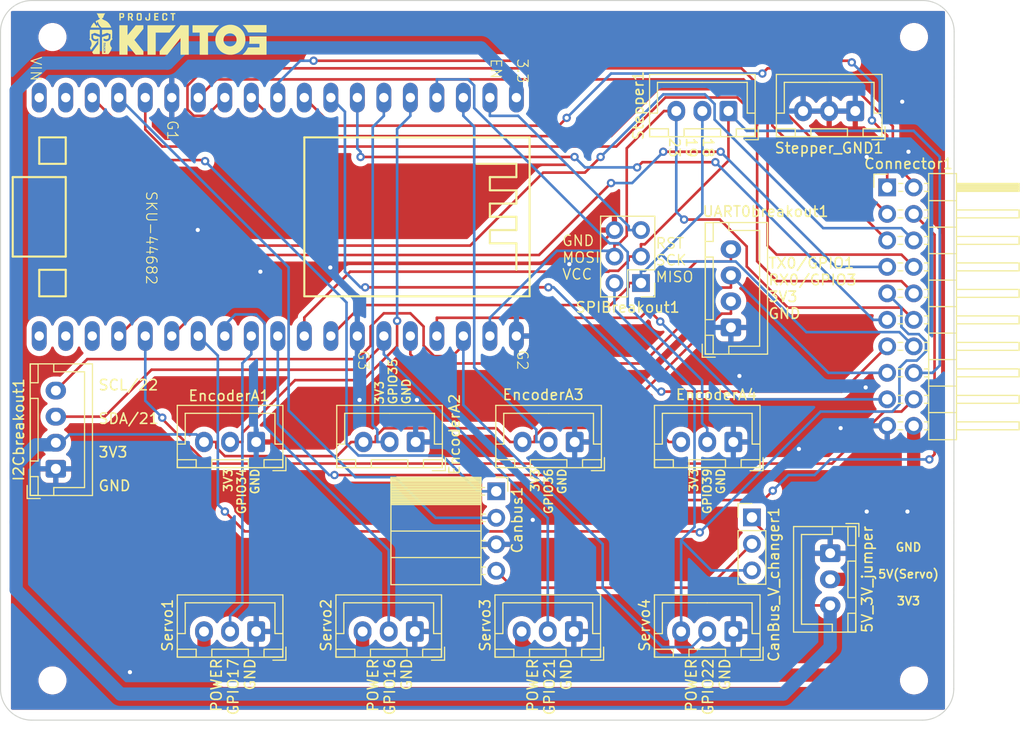
<source format=kicad_pcb>
(kicad_pcb (version 20240108) (generator "pcbnew") (generator_version "8.0")
  (layers (0 "F.Cu" mixed) (31 "B.Cu" mixed) (34 "B.Paste" user) (35 "F.Paste" user) (36 "B.SilkS" user "B.Silkscreen") (37 "F.SilkS" user "F.Silkscreen") (38 "B.Mask" user) (39 "F.Mask" user) (44 "Edge.Cuts" user))
  (net 0 "")
  (net 1 "VCCQ")
  (net 2 "servo3")
  (net 3 "servo4")
  (net 4 "m4_4")
  (net 8 "Net-(Servo1-Pin_2)")
  (net 9 "VCC")
  (net 10 "Net-(Servo2-Pin_2)")
  (net 11 "Net-(Canbus1-Pin_1)")
  (net 12 "Net-(Canbus1-Pin_2)")
  (net 14 "GPIO32")
  (net 15 "GPIO27")
  (net 17 "GND")
  (net 18 "SPI_SCK")
  (net 19 "SPI_MISO")
  (net 20 "SPI_MOSI")
  (net 21 "SPI_RST")
  (net 22 "a_in_1")
  (net 23 "a_in_2")
  (net 24 "a_in_3")
  (net 25 "a_in_4")
  (net 26 "m1_1")
  (net 27 "m1_2")
  (net 28 "GPIO13")
  (net 29 "GPIO15")
  (net 30 "GPIO14")
  (net 31 "GPIO12")
  (net 32 "tx")
  (net 33 "GPIO25")
  (net 34 "rx")
  (net 35 "GPIO5")
  (net 36 "GPIO33")
  (net 37 "GPIO26")
  (net 38 "Net-(CanBus_V_changer1-Pin_2)")
  (footprint "Connector_JST:JST_XH_B3B-XH-A_1x03_P2.50mm_Vertical" (layer "F.Cu") (at 176.998 118.5 180)
    (property "Reference" "Servo1")
    (property "Value" "Servo1")
  )
  (footprint "Connector_JST:JST_XH_B3B-XH-A_1x03_P2.50mm_Vertical" (layer "F.Cu") (at 176.998 100.33 180)
    (property "Reference" "EncoderA1")
    (property "Value" "Encoder Input 1")
  )
  (footprint "Connector_JST:JST_XH_B3B-XH-A_1x03_P2.50mm_Vertical" (layer "F.Cu") (at 192.278 100.33 180)
    (property "Reference" "EncoderA2")
    (property "Value" "Encoder Input 2")
  )
  (footprint "Connector_PinSocket_2.54mm:PinSocket_1x04_P2.54mm_Horizontal" (layer "F.Cu") (at 200 105.06)
    (property "Reference" "Canbus1")
    (property "Value" "CanBUS")
  )
  (footprint "Connector_JST:JST_XH_B3B-XH-A_1x03_P2.50mm_Vertical" (layer "F.Cu") (at 222.25 68.597 180)
    (property "Reference" "Stepper1")
    (property "Value" "Stepper Connection")
  )
  (footprint "Connector_JST:JST_XH_B3B-XH-A_1x03_P2.50mm_Vertical" (layer "F.Cu") (at 222.718 100.33 180)
    (property "Reference" "EncoderA4")
    (property "Value" "Encoder Input 4")
  )
  (footprint "Connector_JST:JST_XH_B3B-XH-A_1x03_P2.50mm_Vertical" (layer "F.Cu") (at 234.402 68.597 180)
    (property "Reference" "Stepper_GND1")
    (property "Value" "Stepper Ground Pins")
  )
  (footprint "Connector_PinHeader_2.54mm:PinHeader_2x03_P2.54mm_Vertical" (layer "F.Cu") (at 213.868 85.09 180)
    (property "Reference" "SPIBreakout1")
    (property "Value" "SPI pins breakout")
  )
  (footprint "Connector_JST:JST_XH_B3B-XH-A_1x03_P2.50mm_Vertical" (layer "F.Cu") (at 232 111 -90)
    (property "Reference" "5V_3V_jumper")
    (property "Value" "JST_XH_B3B-XH-A_1x03_P2.50mm_Vertical")
  )
  (footprint "NODEMCU32S:NODEMCU32S" (layer "F.Cu") (at 180.34 78.74 -90)
    (property "Reference" "U1" (hide yes))
    (property "Value" "NODEMCU32S")
  )
  (footprint "Connector_JST:JST_XH_B3B-XH-A_1x03_P2.50mm_Vertical" (layer "F.Cu") (at 192.198 118.5 180)
    (property "Reference" "Servo2")
    (property "Value" "Servo2")
  )
  (footprint "Connector_JST:JST_XH_B4B-XH-A_1x04_P2.50mm_Vertical" (layer "F.Cu") (at 222.487 89.348 90)
    (property "Reference" "UART0breakout1")
    (property "Value" "rx0 tx0")
  )
  (footprint "MountingHole:MountingHole_2.2mm_M2" (layer "F.Cu") (at 240.03 61.5)
    (property "Reference" "mountinghole4" (hide yes))
    (property "Value" "MountingHole_2.2mm_M2" (hide yes))
  )
  (footprint "Connector_JST:JST_XH_B3B-XH-A_1x03_P2.50mm_Vertical" (layer "F.Cu") (at 207.518 100.33 180)
    (property "Reference" "EncoderA3")
    (property "Value" "Encoder Input 3")
  )
  (footprint "MountingHole:MountingHole_2.2mm_M2" (layer "F.Cu") (at 157.48 123.19)
    (property "Reference" "mountinghole2" (hide yes))
    (property "Value" "MountingHole_2.2mm_M2" (hide yes))
  )
  (footprint "Connector_PinHeader_2.54mm:PinHeader_1x03_P2.54mm_Vertical" (layer "F.Cu") (at 224.5 107.56)
    (property "Reference" "CanBus_V_changer1")
    (property "Value" "InputSwitch")
  )
  (footprint "Connector_JST:JST_XH_B3B-XH-A_1x03_P2.50mm_Vertical" (layer "F.Cu") (at 207.438 118.5 180)
    (property "Reference" "Servo3")
    (property "Value" "Servo3")
  )
  (footprint "MountingHole:MountingHole_2.2mm_M2" (layer "F.Cu") (at 157.48 61.5)
    (property "Reference" "mountinghole1" (hide yes))
    (property "Value" "MountingHole_2.2mm_M2" (hide yes))
  )
  (footprint "MountingHole:MountingHole_2.2mm_M2" (layer "F.Cu") (at 240.03 123.19)
    (property "Reference" "mountinghole3" (hide yes))
    (property "Value" "MountingHole_2.2mm_M2" (hide yes))
  )
  (footprint "Connector_PinHeader_2.54mm:PinHeader_2x10_P2.54mm_Horizontal" (layer "F.Cu") (at 237.46 75.92)
    (property "Reference" "Connector1")
    (property "Value" "Connector")
  )
  (footprint "Connector_JST:JST_XH_B4B-XH-A_1x04_P2.50mm_Vertical" (layer "F.Cu") (at 157.8 102.9 90)
    (property "Reference" "I2Cbreakout1")
    (property "Value" "i2c communication - almost any pincan be used")
  )
  (footprint "Connector_JST:JST_XH_B3B-XH-A_1x03_P2.50mm_Vertical" (layer "F.Cu") (at 222.718 118.5 180)
    (property "Reference" "Servo4")
    (property "Value" "Servo4")
  )
  (footprint "LOGO" (layer "F.Cu") (at 169.5 61.2)
    (property "Reference" "KratosLogo" (hide yes))
    (property "Value" "LOGO" (hide yes))
  )
  (gr_line (start 240.84 127) (end 155.5 127) (stroke (width 0.1)) (layer "Edge.Cuts"))
  (gr_line (start 243.87868 60.999999) (end 243.84 124) (stroke (width 0.1)) (layer "Edge.Cuts"))
  (gr_arc (start 243.84 124) (mid 242.96132 126.12132) (end 240.84 127) (stroke (width 0.1)) (layer "Edge.Cuts"))
  (gr_arc (start 240.84 58) (mid 242.986456 58.864872) (end 243.878928 60.999999) (stroke (width 0.1)) (layer "Edge.Cuts"))
  (gr_line (start 155.5 58) (end 240.84 58) (stroke (width 0.1)) (layer "Edge.Cuts"))
  (gr_line (start 152.5 124) (end 152.499999 60.999999) (stroke (width 0.1)) (layer "Edge.Cuts"))
  (gr_arc (start 152.499999 60.999999) (mid 153.378679 58.878679) (end 155.499999 57.999999) (stroke (width 0.1)) (layer "Edge.Cuts"))
  (gr_arc (start 155.5 127) (mid 153.37868 126.12132) (end 152.5 124) (stroke (width 0.1)) (layer "Edge.Cuts"))
  (gr_text "RST\nSCK\nMISO" (at 215.198 85.09 0) (layer "F.SilkS") (effects (font (size 1 1) (thickness 0.125)) (justify left bottom)))
  (gr_text "GND\n\n5V(Servo)\n\n3V3" (at 239.5 113 0) (layer "F.SilkS") (effects (font (size 0.8 0.8))))
  (gr_text "POWER\nGPIO16\nGND" (at 189.8 121 90) (layer "F.SilkS") (effects (font (size 1 1)) (justify right)))
  (gr_text "3V3\nGPIO39\nGND" (at 220.218 102.79 90) (layer "F.SilkS") (effects (font (size 0.8 0.8)) (justify right)))
  (gr_text "POWER\nGPIO22\nGND" (at 220.3 121 90) (layer "F.SilkS") (effects (font (size 1 1)) (justify right)))
  (gr_text "18\n19\n23" (at 216.5 71.047 270) (layer "F.SilkS") (effects (font (size 1 1)) (justify left bottom)))
  (gr_text "3V3\nGPIO34\nGND" (at 175.6 102.8 90) (layer "F.SilkS") (effects (font (size 0.8 0.8)) (justify right)))
  (gr_text "GND\nMOSI\nVCC" (at 206.248 84.836 0) (layer "F.SilkS") (effects (font (size 1 1) (thickness 0.125)) (justify left bottom)))
  (gr_text "POWER\nGPIO17\nGND" (at 174.8 121 90) (layer "F.SilkS") (effects (font (size 1 1)) (justify right)))
  (gr_text "SCL/22\n\nSDA/21\n\n3V3\n\nGND" (at 161.8 99.7 0) (layer "F.SilkS") (effects (font (size 1 1)) (justify left)))
  (gr_text "TX0/GPIO1\nRX0/GPIO3\n3V3\nGND" (at 225.997 85.598 0) (layer "F.SilkS") (effects (font (size 1 1)) (justify left)))
  (gr_text "POWER\nGPIO21\nGND" (at 205.1 121 90) (layer "F.SilkS") (effects (font (size 1 1)) (justify right)))
  (gr_text "3V3\nGPIO35\nGND" (at 190.1 96.8 90) (layer "F.SilkS") (effects (font (size 0.8 0.8)) (justify left)))
  (gr_text "3V3\nGPIO36\nGND" (at 205.018 102.79 90) (layer "F.SilkS") (effects (font (size 0.8 0.8)) (justify right)))
  (segment (start 221.604 88.0249) (end 214 95.6289) (width 0.25) (layer "F.Cu") (net 1))
  (segment (start 214 97.4797) (end 212.5 98.9797) (width 0.25) (layer "F.Cu") (net 1))
  (segment (start 216.541 100.33) (end 215.191 98.9797) (width 0.25) (layer "F.Cu") (net 1))
  (segment (start 224.5 107.786701) (end 228.9 112.186701) (width 0.25) (layer "F.Cu") (net 1))
  (segment (start 189.236 99.0127) (end 200.024 99.0127) (width 0.25) (layer "F.Cu") (net 1))
  (segment (start 188.455 99.7939) (end 189.236 99.0127) (width 0.25) (layer "F.Cu") (net 1))
  (segment (start 201.341 100.33) (end 202.518 100.33) (width 0.25) (layer "F.Cu") (net 1))
  (segment (start 222.487 86.848) (end 222.487 88.0249) (width 0.25) (layer "F.Cu") (net 1))
  (segment (start 201.93 67.31) (end 201.93 66.5988) (width 1.27) (layer "F.Cu") (net 1))
  (segment (start 187.278 100.33) (end 188.455 100.33) (width 0.25) (layer "F.Cu") (net 1))
  (segment (start 224.5 107.56) (end 224.5 107.786701) (width 0.25) (layer "F.Cu") (net 1))
  (segment (start 217.718 100.33) (end 216.541 100.33) (width 0.25) (layer "F.Cu") (net 1))
  (segment (start 222.487 88.0249) (end 221.604 88.0249) (width 0.25) (layer "F.Cu") (net 1))
  (segment (start 215.191 98.9797) (end 204.509 98.9797) (width 0.25) (layer "F.Cu") (net 1))
  (segment (start 200.024 99.0127) (end 201.341 100.33) (width 0.25) (layer "F.Cu") (net 1))
  (segment (start 204.509 98.9797) (end 203.695 99.7939) (width 0.25) (layer "F.Cu") (net 1))
  (segment (start 203.695 100.33) (end 202.518 100.33) (width 0.25) (layer "F.Cu") (net 1))
  (segment (start 173.175 100.866) (end 173.991 101.682) (width 0.25) (layer "F.Cu") (net 1))
  (segment (start 228.9 112.186701) (end 228.9 114.8) (width 0.25) (layer "F.Cu") (net 1))
  (segment (start 230.1 116) (end 232 116) (width 0.25) (layer "F.Cu") (net 1))
  (segment (start 173.991 101.682) (end 184.749 101.682) (width 0.25) (layer "F.Cu") (net 1))
  (segment (start 186.101 100.33) (end 187.278 100.33) (width 0.25) (layer "F.Cu") (net 1))
  (segment (start 184.749 101.682) (end 186.101 100.33) (width 0.25) (layer "F.Cu") (net 1))
  (segment (start 203.695 99.7939) (end 203.695 100.33) (width 0.25) (layer "F.Cu") (net 1))
  (segment (start 171.998 100.33) (end 173.175 100.33) (width 0.25) (layer "F.Cu") (net 1))
  (segment (start 188.455 100.33) (end 188.455 99.7939) (width 0.25) (layer "F.Cu") (net 1))
  (segment (start 173.175 100.33) (end 173.175 100.866) (width 0.25) (layer "F.Cu") (net 1))
  (segment (start 214 95.6289) (end 214 97.4797) (width 0.25) (layer "F.Cu") (net 1))
  (segment (start 228.9 114.8) (end 230.1 116) (width 0.25) (layer "F.Cu") (net 1))
  (segment (start 169.96 62.54) (end 168.5 64) (width 1.27) (layer "B.Cu") (net 1))
  (segment (start 154 103.7) (end 154 102.5) (width 1.27) (layer "B.Cu") (net 1))
  (segment (start 154 66.622143) (end 154 103.7) (width 1.27) (layer "B.Cu") (net 1))
  (segment (start 164 124.5) (end 154 114.5) (width 1.27) (layer "B.Cu") (net 1))
  (segment (start 171.268 99.6) (end 159.1 99.6) (width 0.25) (layer "B.Cu") (net 1))
  (segment (start 227.5 124.5) (end 164 124.5) (width 1.27) (layer "B.Cu") (net 1))
  (segment (start 232 116.00795) (end 232 120) (width 1.27) (layer "B.Cu") (net 1))
  (segment (start 154 102.5) (end 155.9 100.6) (width 1.27) (layer "B.Cu") (net 1))
  (segment (start 232 120) (end 227.5 124.5) (width 1.27) (layer "B.Cu") (net 1))
  (segment (start 157.6 100.6) (end 157.8 100.4) (width 1.27) (layer "B.Cu") (net 1))
  (segment (start 154 103.7) (end 154 108) (width 1.27) (layer "B.Cu") (net 1))
  (segment (start 198.54 62.54) (end 169.96 62.54) (width 1.27) (layer "B.Cu") (net 1))
  (segment (start 168.5 64) (end 156.622143 64) (width 1.27) (layer "B.Cu") (net 1))
  (segment (start 155.9 100.6) (end 157.6 100.6) (width 1.27) (layer "B.Cu") (net 1))
  (segment (start 201.93 67.31) (end 201.93 65.93) (width 1.27) (layer "B.Cu") (net 1))
  (segment (start 154 114.5) (end 154 108) (width 1.27) (layer "B.Cu") (net 1))
  (segment (start 171.998 100.33) (end 171.268 99.6) (width 0.25) (layer "B.Cu") (net 1))
  (segment (start 159.1 99.6) (end 157.7 101) (width 0.25) (layer "B.Cu") (net 1))
  (segment (start 201.93 65.93) (end 198.54 62.54) (width 1.27) (layer "B.Cu") (net 1))
  (segment (start 156.622143 64) (end 154 66.622143) (width 1.27) (layer "B.Cu") (net 1))
  (segment (start 186.7 93.4) (end 166.97 93.4) (width 0.25) (layer "F.Cu") (net 2))
  (segment (start 189.23 90.87) (end 186.7 93.4) (width 0.25) (layer "F.Cu") (net 2))
  (segment (start 189.23 90.17) (end 189.23 90.87) (width 0.25) (layer "F.Cu") (net 2))
  (segment (start 166.97 93.4) (end 162.47 97.9) (width 0.25) (layer "F.Cu") (net 2))
  (segment (start 162.47 97.9) (end 158.3 97.9) (width 0.25) (layer "F.Cu") (net 2))
  (segment (start 158.3 97.9) (end 157.7 98.5) (width 0.25) (layer "F.Cu") (net 2))
  (segment (start 189.23 91.9193) (end 189.23 90.17) (width 0.25) (layer "B.Cu") (net 2))
  (segment (start 204.938 118.5) (end 204.938 107.6273) (width 0.25) (layer "B.Cu") (net 2))
  (segment (start 204.938 107.6273) (end 189.23 91.9193) (width 0.25) (layer "B.Cu") (net 2))
  (segment (start 191.776 87.992) (end 189.228 87.992) (width 0.25) (layer "F.Cu") (net 3))
  (segment (start 194.0525 92.1) (end 193.04 91.0875) (width 0.25) (layer "F.Cu") (net 3))
  (segment (start 195.8 92.1) (end 194.0525 92.1) (width 0.25) (layer "F.Cu") (net 3))
  (segment (start 193.04 91.0875) (end 193.04 89.2565) (width 0.25) (layer "F.Cu") (net 3))
  (segment (start 160.8188 92.3812) (end 157.7 95.5) (width 0.25) (layer "F.Cu") (net 3))
  (segment (start 187.96 91.1041) (end 186.683 92.3812) (width 0.25) (layer "F.Cu") (net 3))
  (segment (start 189.228 87.992) (end 187.96 89.2603) (width 0.25) (layer "F.Cu") (net 3))
  (segment (start 187.96 89.2603) (end 187.96 91.1041) (width 0.25) (layer "F.Cu") (net 3))
  (segment (start 196.85 91.05) (end 195.8 92.1) (width 0.25) (layer "F.Cu") (net 3))
  (segment (start 196.85 90.17) (end 196.85 91.05) (width 0.25) (layer "F.Cu") (net 3))
  (segment (start 186.683 92.3812) (end 160.8188 92.3812) (width 0.25) (layer "F.Cu") (net 3))
  (segment (start 193.04 89.2565) (end 191.776 87.992) (width 0.25) (layer "F.Cu") (net 3))
  (segment (start 210.2 114.3) (end 210.2 110.1262) (width 0.25) (layer "B.Cu") (net 3))
  (segment (start 196.85 96.7762) (end 196.85 90.17) (width 0.25) (layer "B.Cu") (net 3))
  (segment (start 220.218 118.5) (end 218.718 120) (width 0.25) (layer "B.Cu") (net 3))
  (segment (start 218.718 120) (end 215.9 120) (width 0.25) (layer "B.Cu") (net 3))
  (segment (start 210.2 110.1262) (end 196.85 96.7762) (width 0.25) (layer "B.Cu") (net 3))
  (segment (start 215.9 120) (end 210.2 114.3) (width 0.25) (layer "B.Cu") (net 3))
  (segment (start 238.825 97.415) (end 237.163299 97.415) (width 0.25) (layer "F.Cu") (net 4))
  (segment (start 240 96.24) (end 238.825 97.415) (width 0.25) (layer "F.Cu") (net 4))
  (segment (start 237.163299 97.415) (end 232.178299 102.4) (width 0.25) (layer "F.Cu") (net 4))
  (segment (start 168 98.118701) (end 168 98) (width 0.25) (layer "F.Cu") (net 4))
  (segment (start 232.178299 102.4) (end 172.281299 102.4) (width 0.25) (layer "F.Cu") (net 4))
  (segment (start 172.281299 102.4) (end 168 98.118701) (width 0.25) (layer "F.Cu") (net 4))
  (via (at 168 98) (size 0.8) (drill 0.4) (layers "F.Cu" "B.Cu") (net 4))
  (segment (start 168 98) (end 166.37 96.37) (width 0.25) (layer "B.Cu") (net 4))
  (segment (start 166.37 96.37) (end 166.37 90.17) (width 0.25) (layer "B.Cu") (net 4))
  (segment (start 176.53 90.17) (end 176.53 91.9193) (width 0.25) (layer "B.Cu") (net 8))
  (segment (start 175.675 92.7744) (end 175.675 115.824) (width 0.25) (layer "B.Cu") (net 8))
  (segment (start 174.498 117.001) (end 175.675 115.824) (width 0.25) (layer "B.Cu") (net 8))
  (segment (start 176.53 91.9193) (end 175.675 92.7744) (width 0.25) (layer "B.Cu") (net 8))
  (segment (start 174.498 118.5) (end 174.498 117.001) (width 0.25) (layer "B.Cu") (net 8))
  (segment (start 237.5 105.888) (end 240 103.388) (width 1.27) (layer "F.Cu") (net 9))
  (segment (start 202.438 119.62) (end 202.438 118.5) (width 1.27) (layer "F.Cu") (net 9))
  (segment (start 188.3 122.682) (end 189.738 122.682) (width 1.27) (layer "F.Cu") (net 9))
  (segment (start 220.7 122.682) (end 217.718 119.7) (width 1.27) (layer "F.Cu") (net 9))
  (segment (start 171.998 120.698) (end 171.998 118.5) (width 1.27) (layer "F.Cu") (net 9))
  (segment (start 237.5 113.5) (end 232 113.5) (width 1.27) (layer "F.Cu") (net 9))
  (segment (start 173.982 122.682) (end 171.998 120.698) (width 1.27) (layer "F.Cu") (net 9))
  (segment (start 204.724 122.682) (end 205.5 122.682) (width 1.27) (layer "F.Cu") (net 9))
  (segment (start 219.71 122.682) (end 220.7 122.682) (width 1.27) (layer "F.Cu") (net 9))
  (segment (start 189.738 122.682) (end 204.724 122.682) (width 1.27) (layer "F.Cu") (net 9))
  (segment (start 237.5 113.5) (end 237.5 105.888) (width 1.27) (layer "F.Cu") (net 9))
  (segment (start 234.696 122.682) (end 237.5 119.878) (width 1.27) (layer "F.Cu") (net 9))
  (segment (start 187.198 121.58) (end 187.198 118.5) (width 1.27) (layer "F.Cu") (net 9))
  (segment (start 237.5 119.878) (end 237.5 113.5) (width 1.27) (layer "F.Cu") (net 9))
  (segment (start 217.718 119.7) (end 217.718 118.5) (width 1.27) (layer "F.Cu") (net 9))
  (segment (start 205.5 122.682) (end 219.71 122.682) (width 1.27) (layer "F.Cu") (net 9))
  (segment (start 205.5 122.682) (end 202.438 119.62) (width 1.27) (layer "F.Cu") (net 9))
  (segment (start 188.3 122.682) (end 173.982 122.682) (width 1.27) (layer "F.Cu") (net 9))
  (segment (start 240 103.388) (end 240 98.78) (width 1.27) (layer "F.Cu") (net 9))
  (segment (start 220.7 122.682) (end 234.696 122.682) (width 1.27) (layer "F.Cu") (net 9))
  (segment (start 188.3 122.682) (end 187.198 121.58) (width 1.27) (layer "F.Cu") (net 9))
  (segment (start 220.601305 112.64) (end 224.5 112.64) (width 0.25) (layer "B.Cu") (net 9))
  (segment (start 219 108.474695) (end 217.718 109.756695) (width 0.25) (layer "B.Cu") (net 9))
  (segment (start 217.718 109.756695) (end 217.718 118.5) (width 0.25) (layer "B.Cu") (net 9))
  (segment (start 211.328 85.09) (end 211.328 87.628) (width 0.25) (layer "B.Cu") (net 9))
  (segment (start 211.328 87.628) (end 219 95.3) (width 0.25) (layer "B.Cu") (net 9))
  (segment (start 219 95.3) (end 219 108.474695) (width 0.25) (layer "B.Cu") (net 9))
  (segment (start 217.718 109.756695) (end 220.601305 112.64) (width 0.25) (layer "B.Cu") (net 9))
  (segment (start 173.99 89.11) (end 175 88.1) (width 0.25) (layer "B.Cu") (net 10))
  (segment (start 177.8 88.9) (end 177.8 98.795) (width 0.25) (layer "B.Cu") (net 10))
  (segment (start 177.8 98.795) (end 189.698 110.693) (width 0.25) (layer "B.Cu") (net 10))
  (segment (start 189.698 110.693) (end 189.698 118.5) (width 0.25) (layer "B.Cu") (net 10))
  (segment (start 175 88.1) (end 177 88.1) (width 0.25) (layer "B.Cu") (net 10))
  (segment (start 177 88.1) (end 177.8 88.9) (width 0.25) (layer "B.Cu") (net 10))
  (segment (start 173.99 90.17) (end 173.99 89.11) (width 0.25) (layer "B.Cu") (net 10))
  (segment (start 167.28 73.3) (end 161.29 67.31) (width 0.25) (layer "F.Cu") (net 11))
  (segment (start 172 73.3) (end 167.28 73.3) (width 0.25) (layer "F.Cu") (net 11))
  (segment (start 172.1 73.4) (end 172 73.3) (width 0.25) (layer "F.Cu") (net 11))
  (via (at 172.1 73.4) (size 0.8) (drill 0.4) (layers "F.Cu" "B.Cu") (net 11))
  (segment (start 185.6538 86.9538) (end 172.1 73.4) (width 0.25) (layer "B.Cu") (net 11))
  (segment (start 200 105.06) (end 198.26 105.06) (width 0.25) (layer "B.Cu") (net 11))
  (segment (start 194.83 101.63) (end 186.791299 101.63) (width 0.25) (layer "B.Cu") (net 11))
  (segment (start 198.26 105.06) (end 194.83 101.63) (width 0.25) (layer "B.Cu") (net 11))
  (segment (start 185.6538 100.492501) (end 185.6538 86.9538) (width 0.25) (layer "B.Cu") (net 11))
  (segment (start 186.791299 101.63) (end 185.6538 100.492501) (width 0.25) (layer "B.Cu") (net 11))
  (segment (start 186.5 103.7) (end 180.1062 97.3062) (width 0.25) (layer "B.Cu") (net 12))
  (segment (start 194.2 107.6) (end 190.3 103.7) (width 0.25) (layer "B.Cu") (net 12))
  (segment (start 180.1062 83.5862) (end 163.83 67.31) (width 0.25) (layer "B.Cu") (net 12))
  (segment (start 200 107.6) (end 194.2 107.6) (width 0.25) (layer "B.Cu") (net 12))
  (segment (start 190.3 103.7) (end 186.5 103.7) (width 0.25) (layer "B.Cu") (net 12))
  (segment (start 180.1062 97.3062) (end 180.1062 83.5862) (width 0.25) (layer "B.Cu") (net 12))
  (segment (start 207.5 73) (end 187 73) (width 0.25) (layer "F.Cu") (net 14))
  (segment (start 221 73.5) (end 214 73.5) (width 0.25) (layer "F.Cu") (net 14))
  (segment (start 214 73.5) (end 213.5 74) (width 0.25) (layer "F.Cu") (net 14))
  (via (at 187 73) (size 0.8) (drill 0.4) (layers "F.Cu" "B.Cu") (net 14))
  (via (at 213.5 74) (size 0.8) (drill 0.4) (layers "F.Cu" "B.Cu") (net 14))
  (via (at 207.5 73) (size 0.8) (drill 0.4) (layers "F.Cu" "B.Cu") (net 14))
  (via (at 221 73.5) (size 0.8) (drill 0.4) (layers "F.Cu" "B.Cu") (net 14))
  (segment (start 186.69 72.19) (end 186.69 67.31) (width 0.25) (layer "B.Cu") (net 14))
  (segment (start 213.5 74) (end 208.5 74) (width 0.25) (layer "B.Cu") (net 14))
  (segment (start 187 72.5) (end 186.69 72.19) (width 0.25) (layer "B.Cu") (net 14))
  (segment (start 236.12 88.62) (end 221 73.5) (width 0.25) (layer "B.Cu") (net 14))
  (segment (start 237.46 88.62) (end 236.12 88.62) (width 0.25) (layer "B.Cu") (net 14))
  (segment (start 187 73) (end 187 72.5) (width 0.25) (layer "B.Cu") (net 14))
  (segment (start 208.5 74) (end 207.5 73) (width 0.25) (layer "B.Cu") (net 14))
  (segment (start 211 71) (end 180.22 71) (width 0.25) (layer "F.Cu") (net 15))
  (segment (start 226 81.5) (end 226 68.5) (width 0.25) (layer "F.Cu") (net 15))
  (segment (start 226.865 82.365) (end 226 81.5) (width 0.25) (layer "F.Cu") (net 15))
  (segment (start 224 66.5) (end 215.5 66.5) (width 0.25) (layer "F.Cu") (net 15))
  (segment (start 240 83.54) (end 238.825 82.365) (width 0.25) (layer "F.Cu") (net 15))
  (segment (start 180.22 71) (end 176.53 67.31) (width 0.25) (layer "F.Cu") (net 15))
  (segment (start 238.825 82.365) (end 226.865 82.365) (width 0.25) (layer "F.Cu") (net 15))
  (segment (start 226 68.5) (end 224 66.5) (width 0.25) (layer "F.Cu") (net 15))
  (segment (start 215.5 66.5) (end 211 71) (width 0.25) (layer "F.Cu") (net 15))
  (segment (start 228.33 100.33) (end 222.718 100.33) (width 0.25) (layer "F.Cu") (net 17))
  (segment (start 233.7 98.3) (end 233 99) (width 0.25) (layer "F.Cu") (net 17))
  (segment (start 234.5 72.5) (end 235 73) (width 0.25) (layer "F.Cu") (net 17))
  (segment (start 233.7 96.8) (end 233.7 98.3) (width 0.25) (layer "F.Cu") (net 17))
  (segment (start 235 73) (end 235.5 73) (width 0.25) (layer "F.Cu") (net 17))
  (segment (start 207 83.275) (end 208.063 83.275) (width 0.25) (layer "F.Cu") (net 17))
  (segment (start 235.4 95.1) (end 233.7 96.8) (width 0.25) (layer "F.Cu") (net 17))
  (segment (start 208.063 83.275) (end 211.328 80.01) (width 0.25) (layer "F.Cu") (net 17))
  (segment (start 229 101) (end 228.33 100.33) (width 0.25) (layer "F.Cu") (net 17))
  (via (at 239.4 107) (size 0.8) (drill 0.4) (layers "F.Cu" "B.Cu") (net 17))
  (via (at 177.4 84) (size 0.8) (drill 0.4) (layers "F.Cu" "B.Cu") (net 17))
  (via (at 207 83.275) (size 0.8) (drill 0.4) (layers "F.Cu" "B.Cu") (net 17))
  (via (at 203.5 107.8) (size 0.8) (drill 0.4) (layers "F.Cu" "B.Cu") (net 17))
  (via (at 164.9 122.4) (size 0.8) (drill 0.4) (layers "F.Cu" "B.Cu") (net 17))
  (via (at 192.4 96.3) (size 0.8) (drill 0.4) (layers "F.Cu" "B.Cu") (net 17))
  (via (at 171.4 80) (size 0.8) (drill 0.4) (layers "F.Cu" "B.Cu") (net 17))
  (via (at 235.5 107) (size 0.8) (drill 0.4) (layers "F.Cu" "B.Cu") (net 17))
  (via (at 235.5 73) (size 0.8) (drill 0.4) (layers "F.Cu" "B.Cu") (net 17))
  (via (at 229 101) (size 0.8) (drill 0.4) (layers "F.Cu" "B.Cu") (net 17))
  (via (at 238.9 67.7) (size 0.8) (drill 0.4) (layers "F.Cu" "B.Cu") (net 17))
  (via (at 233 99) (size 0.8) (drill 0.4) (layers "F.Cu" "B.Cu") (net 17))
  (via (at 184.1 83.6) (size 0.8) (drill 0.4) (layers "F.Cu" "B.Cu") (net 17))
  (via (at 235.4 95.1) (size 0.8) (drill 0.4) (layers "F.Cu" "B.Cu") (net 17))
  (via (at 223.3 94) (size 0.8) (drill 0.4) (layers "F.Cu" "B.Cu") (net 17))
  (via (at 186.9 96.3) (size 0.8) (drill 0.4) (layers "F.Cu" "B.Cu") (net 17))
  (via (at 239.5 72.5) (size 0.8) (drill 0.4) (layers "F.Cu" "B.Cu") (net 17))
  (segment (start 239 73) (end 239.5 72.5) (width 0.25) (layer "B.Cu") (net 17))
  (segment (start 231 101) (end 233 99) (width 0.25) (layer "B.Cu") (net 17))
  (segment (start 235.5 73) (end 239 73) (width 0.25) (layer "B.Cu") (net 17))
  (segment (start 229 101) (end 231 101) (width 0.25) (layer "B.Cu") (net 17))
  (segment (start 212.691 82.9179) (end 211.6939 83.915) (width 0.25) (layer "F.Cu") (net 18))
  (segment (start 214.236 81.3731) (end 213.868 81.3731) (width 0.25) (layer "F.Cu") (net 18))
  (segment (start 210.841299 83.915) (end 210.756299 84) (width 0.25) (layer "F.Cu") (net 18))
  (segment (start 211.6939 83.915) (end 210.841299 83.915) (width 0.25) (layer "F.Cu") (net 18))
  (segment (start 186 84) (end 181.61 88.39) (width 0.25) (layer "F.Cu") (net 18))
  (segment (start 210.756299 84) (end 186 84) (width 0.25) (layer "F.Cu") (net 18))
  (segment (start 213.868 81.3731) (end 213.868 82.55) (width 0.25) (layer "F.Cu") (net 18))
  (segment (start 181.61 88.39) (end 181.61 90.17) (width 0.25) (layer "F.Cu") (net 18))
  (segment (start 222.25 73.3589) (end 214.236 81.3731) (width 0.25) (layer "F.Cu") (net 18))
  (segment (start 212.691 82.55) (end 212.691 82.9179) (width 0.25) (layer "F.Cu") (net 18))
  (segment (start 213.868 82.55) (end 212.691 82.55) (width 0.25) (layer "F.Cu") (net 18))
  (segment (start 222.25 68.597) (end 222.25 73.3589) (width 0.25) (layer "F.Cu") (net 18))
  (segment (start 240 70.5) (end 224 70.5) (width 0.25) (layer "B.Cu") (net 18))
  (segment (start 242.5 93) (end 242.5 73) (width 0.25) (layer "B.Cu") (net 18))
  (segment (start 240 93.7) (end 241.8 93.7) (width 0.25) (layer "B.Cu") (net 18))
  (segment (start 222.25 68.75) (end 222.25 68.597) (width 0.25) (layer "B.Cu") (net 18))
  (segment (start 224 70.5) (end 222.25 68.75) (width 0.25) (layer "B.Cu") (net 18))
  (segment (start 242.5 73) (end 240 70.5) (width 0.25) (layer "B.Cu") (net 18))
  (segment (start 241.8 93.7) (end 242.5 93) (width 0.25) (layer "B.Cu") (net 18))
  (segment (start 184.15 90.17) (end 184.152 90.17) (width 0.25) (layer "F.Cu") (net 19))
  (segment (start 210.9489 87.2) (end 212.691 85.4579) (width 0.25) (layer "F.Cu") (net 19))
  (segment (start 212.691 85.4579) (end 212.691 85.09) (width 0.25) (layer "F.Cu") (net 19))
  (segment (start 187.122 87.2) (end 210.9489 87.2) (width 0.25) (layer "F.Cu") (net 19))
  (segment (start 184.152 90.17) (end 187.122 87.2) (width 0.25) (layer "F.Cu") (net 19))
  (segment (start 212.691 85.09) (end 213.868 85.09) (width 0.25) (layer "F.Cu") (net 19))
  (segment (start 219.75 78.3989) (end 219.75 69.9347) (width 0.25) (layer "B.Cu") (net 19))
  (segment (start 213.868 83.9131) (end 214.236 83.9131) (width 0.25) (layer "B.Cu") (net 19))
  (segment (start 216.523 83.023) (end 215.824521 82.324521) (width 0.25) (layer "B.Cu") (net 19))
  (segment (start 222.948701 83.023) (end 216.523 83.023) (width 0.25) (layer "B.Cu") (net 19))
  (segment (start 219.75 69.9347) (end 219.75 68.597) (width 0.25) (layer "B.Cu") (net 19))
  (segment (start 215.824521 82.324521) (end 219.75 78.3989) (width 0.25) (layer "B.Cu") (net 19))
  (segment (start 238.635 89.795) (end 229.720701 89.795) (width 0.25) (layer "B.Cu") (net 19))
  (segment (start 214.236 83.9131) (end 215.824521 82.324521) (width 0.25) (layer "B.Cu") (net 19))
  (segment (start 213.868 85.09) (end 213.868 83.9131) (width 0.25) (layer "B.Cu") (net 19))
  (segment (start 229.720701 89.795) (end 222.948701 83.023) (width 0.25) (layer "B.Cu") (net 19))
  (segment (start 240 91.16) (end 238.635 89.795) (width 0.25) (layer "B.Cu") (net 19))
  (segment (start 216.073 68.597) (end 212.505 72.1652) (width 0.25) (layer "F.Cu") (net 20))
  (segment (start 238.825 87.445) (end 227.945 87.445) (width 0.25) (layer "F.Cu") (net 20))
  (segment (start 211.696 81.3731) (end 211.328 81.3731) (width 0.25) (layer "F.Cu") (net 20))
  (segment (start 217.25 68.597) (end 216.073 68.597) (width 0.25) (layer "F.Cu") (net 20))
  (segment (start 212.505 72.1652) (end 212.505 80.5641) (width 0.25) (layer "F.Cu") (net 20))
  (segment (start 221.425701 79) (end 218 79) (width 0.25) (layer "F.Cu") (net 20))
  (segment (start 224 81.574299) (end 221.425701 79) (width 0.25) (layer "F.Cu") (net 20))
  (segment (start 211.328 81.3731) (end 211.328 82.55) (width 0.25) (layer "F.Cu") (net 20))
  (segment (start 240 88.62) (end 238.825 87.445) (width 0.25) (layer "F.Cu") (net 20))
  (segment (start 227.945 87.445) (end 224 83.5) (width 0.25) (layer "F.Cu") (net 20))
  (segment (start 224 83.5) (end 224 81.574299) (width 0.25) (layer "F.Cu") (net 20))
  (segment (start 212.505 80.5641) (end 211.696 81.3731) (width 0.25) (layer "F.Cu") (net 20))
  (via (at 218 79) (size 0.8) (drill 0.4) (layers "F.Cu" "B.Cu") (net 20))
  (segment (start 210.778 82) (end 211.328 82.55) (width 0.25) (layer "B.Cu") (net 20))
  (segment (start 199.39 88.4207) (end 205.8107 82) (width 0.25) (layer "B.Cu") (net 20))
  (segment (start 205.8107 82) (end 210.778 82) (width 0.25) (layer "B.Cu") (net 20))
  (segment (start 218 79) (end 217.25 78.25) (width 0.25) (layer "B.Cu") (net 20))
  (segment (start 217.25 78.25) (end 217.25 68.597) (width 0.25) (layer "B.Cu") (net 20))
  (segment (start 199.39 90.17) (end 199.39 88.4207) (width 0.25) (layer "B.Cu") (net 20))
  (segment (start 202.108 69.0593) (end 212.691 79.6421) (width 0.25) (layer "B.Cu") (net 21))
  (segment (start 199.39 67.31) (end 199.39 69.0593) (width 0.25) (layer "B.Cu") (net 21))
  (segment (start 212.691 79.6421) (end 212.691 80.01) (width 0.25) (layer "B.Cu") (net 21))
  (segment (start 199.39 69.0593) (end 202.108 69.0593) (width 0.25) (layer "B.Cu") (net 21))
  (segment (start 212.691 80.01) (end 213.868 80.01) (width 0.25) (layer "B.Cu") (net 21))
  (segment (start 174.498 100.33) (end 175.675 100.33) (width 0.25) (layer "F.Cu") (net 22))
  (segment (start 190.5 91.1428) (end 190.5 88.7189) (width 0.25) (layer "F.Cu") (net 22))
  (segment (start 175.675 100.33) (end 175.675 99.4473) (width 0.25) (layer "F.Cu") (net 22))
  (segment (start 187.2428 94.4) (end 190.5 91.1428) (width 0.25) (layer "F.Cu") (net 22))
  (segment (start 180.7223 94.4) (end 187.2428 94.4) (width 0.25) (layer "F.Cu") (net 22))
  (segment (start 175.675 99.4473) (end 180.7223 94.4) (width 0.25) (layer "F.Cu") (net 22))
  (via (at 190.5 88.7189) (size 0.8) (drill 0.4) (layers "F.Cu" "B.Cu") (net 22))
  (segment (start 191.77 69.0593) (end 190.5 70.3293) (width 0.25) (layer "B.Cu") (net 22))
  (segment (start 190.5 70.3293) (end 190.5 88.7189) (width 0.25) (layer "B.Cu") (net 22))
  (segment (start 191.77 67.31) (end 191.77 69.0593) (width 0.25) (layer "B.Cu") (net 22))
  (segment (start 188.601 99.1531) (end 188.166 98.7182) (width 0.25) (layer "B.Cu") (net 23))
  (segment (start 189.778 100.33) (end 188.601 100.33) (width 0.25) (layer "B.Cu") (net 23))
  (segment (start 188.166 70.1231) (end 189.23 69.0593) (width 0.25) (layer "B.Cu") (net 23))
  (segment (start 188.601 100.33) (end 188.601 99.1531) (width 0.25) (layer "B.Cu") (net 23))
  (segment (start 189.23 69.0593) (end 189.23 67.31) (width 0.25) (layer "B.Cu") (net 23))
  (segment (start 188.166 98.7182) (end 188.166 70.1231) (width 0.25) (layer "B.Cu") (net 23))
  (segment (start 197.888 70.0974) (end 197.888 93.2001) (width 0.25) (layer "B.Cu") (net 24))
  (segment (start 196.85 67.31) (end 196.85 69.0593) (width 0.25) (layer "B.Cu") (net 24))
  (segment (start 203.841 100.33) (end 205.018 100.33) (width 0.25) (layer "B.Cu") (net 24))
  (segment (start 196.85 69.0593) (end 197.888 70.0974) (width 0.25) (layer "B.Cu") (net 24))
  (segment (start 197.888 93.2001) (end 203.841 99.1531) (width 0.25) (layer "B.Cu") (net 24))
  (segment (start 203.841 99.1531) (end 203.841 100.33) (width 0.25) (layer "B.Cu") (net 24))
  (segment (start 197.3 65.5607) (end 194.31 65.5607) (width 0.25) (layer "B.Cu") (net 25))
  (segment (start 194.31 65.5607) (end 194.31 67.31) (width 0.25) (layer "B.Cu") (net 25))
  (segment (start 219.73 94.43) (end 212.598 87.298) (width 0.25) (layer "B.Cu") (net 25))
  (segment (start 212.598 87.298) (end 212.598 82.1191) (width 0.25) (layer "B.Cu") (net 25))
  (segment (start 219.73 98.5398) (end 219.73 94.43) (width 0.25) (layer "B.Cu") (net 25))
  (segment (start 210.861 81.28) (end 197.888 68.3074) (width 0.25) (layer "B.Cu") (net 25))
  (segment (start 220.218 99.0281) (end 219.73 98.5398) (width 0.25) (layer "B.Cu") (net 25))
  (segment (start 197.888 68.3074) (end 197.888 66.1489) (width 0.25) (layer "B.Cu") (net 25))
  (segment (start 212.598 82.1191) (end 211.759 81.28) (width 0.25) (layer "B.Cu") (net 25))
  (segment (start 211.759 81.28) (end 210.861 81.28) (width 0.25) (layer "B.Cu") (net 25))
  (segment (start 197.888 66.1489) (end 197.3 65.5607) (width 0.25) (layer "B.Cu") (net 25))
  (segment (start 220.218 100.33) (end 220.218 99.0281) (width 0.25) (layer "B.Cu") (net 25))
  (segment (start 221.5 72.5) (end 216 72.5) (width 0.25) (layer "F.Cu") (net 26))
  (segment (start 168.91 90.17) (end 176.68 82.4) (width 0.25) (layer "F.Cu") (net 26))
  (segment (start 176.68 82.4) (end 204.1 82.4) (width 0.25) (layer "F.Cu") (net 26))
  (segment (start 204.1 82.4) (end 211 75.5) (width 0.25) (layer "F.Cu") (net 26))
  (via (at 221.5 72.5) (size 0.8) (drill 0.4) (layers "F.Cu" "B.Cu") (net 26))
  (via (at 216 72.5) (size 0.8) (drill 0.4) (layers "F.Cu" "B.Cu") (net 26))
  (via (at 211 75.5) (size 0.8) (drill 0.4) (layers "F.Cu" "B.Cu") (net 26))
  (segment (start 213.025305 75.5) (end 216 72.525305) (width 0.25) (layer "B.Cu") (net 26))
  (segment (start 221.5 72.5) (end 232.54 83.54) (width 0.25) (layer "B.Cu") (net 26))
  (segment (start 216 72.525305) (end 216 72.5) (width 0.25) (layer "B.Cu") (net 26))
  (segment (start 232.54 83.54) (end 237.46 83.54) (width 0.25) (layer "B.Cu") (net 26))
  (segment (start 211 75.5) (end 213.025305 75.5) (width 0.25) (layer "B.Cu") (net 26))
  (segment (start 219.4 108.9) (end 175.9 108.9) (width 0.25) (layer "F.Cu") (net 27))
  (segment (start 219.5 109) (end 219.4 108.9) (width 0.25) (layer "F.Cu") (net 27))
  (segment (start 175.9 108.9) (end 174 107) (width 0.25) (layer "F.Cu") (net 27))
  (via (at 174 107) (size 0.8) (drill 0.4) (layers "F.Cu" "B.Cu") (net 27))
  (via (at 219.5 109) (size 0.8) (drill 0.4) (layers "F.Cu" "B.Cu") (net 27))
  (segment (start 241.175 90.673299) (end 241.175 91.646701) (width 0.25) (layer "B.Cu") (net 27))
  (segment (start 240.486701 89.985) (end 241.175 90.673299) (width 0.25) (layer "B.Cu") (net 27))
  (segment (start 173.323 106.323) (end 173.323 92.043) (width 0.25) (layer "B.Cu") (net 27))
  (segment (start 241.175 91.646701) (end 240.296701 92.525) (width 0.25) (layer "B.Cu") (net 27))
  (segment (start 238.635 93.213299) (end 238.635 96.726701) (width 0.25) (layer "B.Cu") (net 27))
  (segment (start 238.821396 87.441396) (end 238.821396 89.293097) (width 0.25) (layer "B.Cu") (net 27))
  (segment (start 239.323299 92.525) (end 238.635 93.213299) (width 0.25) (layer "B.Cu") (net 27))
  (segment (start 239.513299 89.985) (end 240.486701 89.985) (width 0.25) (layer "B.Cu") (net 27))
  (segment (start 174 107) (end 173.323 106.323) (width 0.25) (layer "B.Cu") (net 27))
  (segment (start 237.946701 97.415) (end 231.085 97.415) (width 0.25) (layer "B.Cu") (net 27))
  (segment (start 238.635 96.726701) (end 237.946701 97.415) (width 0.25) (layer "B.Cu") (net 27))
  (segment (start 237.46 86.08) (end 238.821396 87.441396) (width 0.25) (layer "B.Cu") (net 27))
  (segment (start 238.821396 89.293097) (end 239.513299 89.985) (width 0.25) (layer "B.Cu") (net 27))
  (segment (start 173.323 92.043) (end 171.45 90.17) (width 0.25) (layer "B.Cu") (net 27))
  (segment (start 231.085 97.415) (end 219.5 109) (width 0.25) (layer "B.Cu") (net 27))
  (segment (start 240.296701 92.525) (end 239.323299 92.525) (width 0.25) (layer "B.Cu") (net 27))
  (segment (start 211.5 72) (end 216.203 67.297) (width 0.25) (layer "F.Cu") (net 28))
  (segment (start 166.37 70.37) (end 168 72) (width 0.25) (layer "F.Cu") (net 28))
  (segment (start 226.905 84.905) (end 238.825 84.905) (width 0.25) (layer "F.Cu") (net 28))
  (segment (start 225 69.2019) (end 225 83) (width 0.25) (layer "F.Cu") (net 28))
  (segment (start 216.203 67.297) (end 223.0951 67.297) (width 0.25) (layer "F.Cu") (net 28))
  (segment (start 223.0951 67.297) (end 225 69.2019) (width 0.25) (layer "F.Cu") (net 28))
  (segment (start 168 72) (end 211.5 72) (width 0.25) (layer "F.Cu") (net 28))
  (segment (start 225 83) (end 226.905 84.905) (width 0.25) (layer "F.Cu") (net 28))
  (segment (start 238.825 84.905) (end 240 86.08) (width 0.25) (layer "F.Cu") (net 28))
  (segment (start 166.37 67.31) (end 166.37 70.37) (width 0.25) (layer "F.Cu") (net 28))
  (segment (start 208.5 74.5) (end 204.5 74.5) (width 0.25) (layer "F.Cu") (net 29))
  (segment (start 197.5 81.5) (end 172.5 81.5) (width 0.25) (layer "F.Cu") (net 29))
  (segment (start 204.5 74.5) (end 197.5 81.5) (width 0.25) (layer "F.Cu") (net 29))
  (segment (start 210 73) (end 208.5 74.5) (width 0.25) (layer "F.Cu") (net 29))
  (segment (start 172.5 81.5) (end 163.83 90.17) (width 0.25) (layer "F.Cu") (net 29))
  (via (at 210 73) (size 0.8) (drill 0.4) (layers "F.Cu" "B.Cu") (net 29))
  (segment (start 210 73) (end 216 67) (width 0.25) (layer "B.Cu") (net 29))
  (segment (start 231.3329 79.825) (end 238.825 79.825) (width 0.25) (layer "B.Cu") (net 29))
  (segment (start 220.925 67.925) (end 220.925 69.4171) (width 0.25) (layer "B.Cu") (net 29))
  (segment (start 216 67) (end 220 67) (width 0.25) (layer "B.Cu") (net 29))
  (segment (start 220 67) (end 220.925 67.925) (width 0.25) (layer "B.Cu") (net 29))
  (segment (start 220.925 69.4171) (end 231.3329 79.825) (width 0.25) (layer "B.Cu") (net 29))
  (segment (start 238.825 79.825) (end 240 81) (width 0.25) (layer "B.Cu") (net 29))
  (segment (start 173.99 67.31) (end 172.2426 69.0574) (width 0.25) (layer "F.Cu") (net 30))
  (segment (start 223.5 64.5) (end 237.46 78.46) (width 0.25) (layer "F.Cu") (net 30))
  (segment (start 172.083392 64.5) (end 223.5 64.5) (width 0.25) (layer "F.Cu") (net 30))
  (segment (start 171.020792 69.0574) (end 170.4138 68.450408) (width 0.25) (layer "F.Cu") (net 30))
  (segment (start 172.2426 69.0574) (end 171.020792 69.0574) (width 0.25) (layer "F.Cu") (net 30))
  (segment (start 170.4138 66.169592) (end 172.083392 64.5) (width 0.25) (layer "F.Cu") (net 30))
  (segment (start 170.4138 68.450408) (end 170.4138 66.169592) (width 0.25) (layer "F.Cu") (net 30))
  (segment (start 171.45 67.31) (end 173.1974 65.5626) (width 0.25) (layer "F.Cu") (net 31))
  (segment (start 226.45 68.313604) (end 226.45 69.99) (width 0.25) (layer "F.Cu") (net 31))
  (segment (start 223.698996 65.5626) (end 226.45 68.313604) (width 0.25) (layer "F.Cu") (net 31))
  (segment (start 173.1974 65.5626) (end 223.698996 65.5626) (width 0.25) (layer "F.Cu") (net 31))
  (segment (start 226.45 69.99) (end 237.46 81) (width 0.25) (layer "F.Cu") (net 31))
  (segment (start 194.31 88.4207) (end 194.31 90.17) (width 0.25) (layer "F.Cu") (net 32))
  (segment (start 214.85637 87.35637) (end 214.356361 87.856361) (width 0.25) (layer "F.Cu") (net 32))
  (segment (start 215.71437 88.785619) (end 214.785112 87.856361) (width 0.25) (layer "F.Cu") (net 32))
  (segment (start 214.356361 87.856361) (end 213.792 88.4207) (width 0.25) (layer "F.Cu") (net 32))
  (segment (start 214.785112 87.856361) (end 214.356361 87.856361) (width 0.25) (layer "F.Cu") (net 32))
  (segment (start 219.188 83.0249) (end 214.85637 87.35637) (width 0.25) (layer "F.Cu") (net 32))
  (segment (start 222.487 81.848) (end 222.487 83.0249) (width 0.25) (layer "F.Cu") (net 32))
  (segment (start 213.792 88.4207) (end 194.31 88.4207) (width 0.25) (layer "F.Cu") (net 32))
  (segment (start 222.487 83.0249) (end 219.188 83.0249) (width 0.25) (layer "F.Cu") (net 32))
  (via (at 215.71437 88.785619) (size 0.8) (drill 0.4) (layers "F.Cu" "B.Cu") (net 32))
  (segment (start 237.46 96.24) (end 223.168751 96.24) (width 0.25) (layer "B.Cu") (net 32))
  (segment (start 223.168751 96.24) (end 215.71437 88.785619) (width 0.25) (layer "B.Cu") (net 32))
  (segment (start 226 64.5) (end 232.4501 64.5) (width 0.25) (layer "F.Cu") (net 33))
  (segment (start 206.75 69.25) (end 206 70) (width 0.25) (layer "F.Cu") (net 33))
  (segment (start 225.5 65) (end 226 64.5) (width 0.25) (layer "F.Cu") (net 33))
  (segment (start 238 73.5) (end 240 75.5) (width 0.25) (layer "F.Cu") (net 33))
  (segment (start 232.4501 64.5) (end 238 70.0499) (width 0.25) (layer "F.Cu") (net 33))
  (segment (start 240 75.5) (end 240 75.92) (width 0.25) (layer "F.Cu") (net 33))
  (segment (start 238 70.0499) (end 238 73.5) (width 0.25) (layer "F.Cu") (net 33))
  (segment (start 206 70) (end 184.3 70) (width 0.25) (layer "F.Cu") (net 33))
  (segment (start 184.3 70) (end 181.61 67.31) (width 0.25) (layer "F.Cu") (net 33))
  (via (at 225.5 65) (size 0.8) (drill 0.4) (layers "F.Cu" "B.Cu") (net 33))
  (via (at 206.75 69.25) (size 0.8) (drill 0.4) (layers "F.Cu" "B.Cu") (net 33))
  (segment (start 211 65) (end 206.75 69.25) (width 0.25) (layer "B.Cu") (net 33))
  (segment (start 225.5 65) (end 211 65) (width 0.25) (layer "B.Cu") (net 33))
  (segment (start 192.6507 92.8) (end 214.0349 92.8) (width 0.25) (layer "F.Cu") (net 34))
  (segment (start 191.77 91.9193) (end 192.6507 92.8) (width 0.25) (layer "F.Cu") (net 34))
  (segment (start 221.31 85.5249) (end 222.487 85.5249) (width 0.25) (layer "F.Cu") (net 34))
  (segment (start 191.77 90.17) (end 191.77 91.9193) (width 0.25) (layer "F.Cu") (net 34))
  (segment (start 214.0349 92.8) (end 221.31 85.5249) (width 0.25) (layer "F.Cu") (net 34))
  (segment (start 222.487 85.5249) (end 222.487 84.348) (width 0.25) (layer "F.Cu") (net 34))
  (segment (start 237.46 93.7) (end 231.839 93.7) (width 0.25) (layer "B.Cu") (net 34))
  (segment (start 231.839 93.7) (end 222.487 84.348) (width 0.25) (layer "B.Cu") (net 34))
  (segment (start 242 80.46) (end 242 100.5) (width 0.25) (layer "F.Cu") (net 35))
  (segment (start 240 78.46) (end 242 80.46) (width 0.25) (layer "F.Cu") (net 35))
  (segment (start 184.5 103.5) (end 207.5 103.5) (width 0.25) (layer "F.Cu") (net 35))
  (segment (start 207.5 103.5) (end 209.9 105.9) (width 0.25) (layer "F.Cu") (net 35))
  (segment (start 242 101.5) (end 241.5 102) (width 0.25) (layer "F.Cu") (net 35))
  (segment (start 209.9 105.9) (end 225.6 105.9) (width 0.25) (layer "F.Cu") (net 35))
  (segment (start 242 100.5) (end 242 101.5) (width 0.25) (layer "F.Cu") (net 35))
  (segment (start 225.6 105.9) (end 226.5 105) (width 0.25) (layer "F.Cu") (net 35))
  (via (at 241.5 102) (size 0.8) (drill 0.4) (layers "F.Cu" "B.Cu") (net 35))
  (via (at 184.5 103.5) (size 0.8) (drill 0.4) (layers "F.Cu" "B.Cu") (net 35))
  (via (at 226.5 105) (size 0.8) (drill 0.4) (layers "F.Cu" "B.Cu") (net 35))
  (segment (start 228 103.5) (end 226.5 105) (width 0.25) (layer "B.Cu") (net 35))
  (segment (start 184 103.5) (end 179.07 98.57) (width 0.25) (layer "B.Cu") (net 35))
  (segment (start 179.07 98.57) (end 179.07 90.17) (width 0.25) (layer "B.Cu") (net 35))
  (segment (start 232 102) (end 230.5 103.5) (width 0.25) (layer "B.Cu") (net 35))
  (segment (start 184.5 103.5) (end 184 103.5) (width 0.25) (layer "B.Cu") (net 35))
  (segment (start 241.5 102) (end 232 102) (width 0.25) (layer "B.Cu") (net 35))
  (segment (start 230.5 103.5) (end 228 103.5) (width 0.25) (layer "B.Cu") (net 35))
  (segment (start 233.12 95.5) (end 237.46 91.16) (width 0.25) (layer "F.Cu") (net 36))
  (segment (start 205 85.5) (end 187.441 85.5) (width 0.25) (layer "F.Cu") (net 36))
  (segment (start 215.816 95.5) (end 233.12 95.5) (width 0.25) (layer "F.Cu") (net 36))
  (via (at 215.816 95.5) (size 0.8) (drill 0.4) (layers "F.Cu" "B.Cu") (net 36))
  (via (at 205 85.5) (size 0.8) (drill 0.4) (layers "F.Cu" "B.Cu") (net 36))
  (via (at 187.441 85.5) (size 0.8) (drill 0.4) (layers "F.Cu" "B.Cu") (net 36))
  (segment (start 185.5 68.66) (end 184.15 67.31) (width 0.25) (layer "B.Cu") (net 36))
  (segment (start 185.5 84) (end 187 85.5) (width 0.25) (layer "B.Cu") (net 36))
  (segment (start 187 85.5) (end 187.441 85.5) (width 0.25) (layer "B.Cu") (net 36))
  (segment (start 215.816 95.5) (end 215.5 95.5) (width 0.25) (layer "B.Cu") (net 36))
  (segment (start 215.5 95.5) (end 205.5 85.5) (width 0.25) (layer "B.Cu") (net 36))
  (segment (start 185.5 84) (end 185.5 68.66) (width 0.25) (layer "B.Cu") (net 36))
  (segment (start 205.5 85.5) (end 205 85.5) (width 0.25) (layer "B.Cu") (net 36))
  (segment (start 236 69.5) (end 237.46 70.96) (width 0.25) (layer "F.Cu") (net 37))
  (segment (start 233.911396 63.775) (end 234.068198 63.931802) (width 0.25) (layer "F.Cu") (net 37))
  (segment (start 237.46 70.96) (end 237.46 75.92) (width 0.25) (layer "F.Cu") (net 37))
  (segment (start 182.5 63.775) (end 233.911396 63.775) (width 0.25) (layer "F.Cu") (net 37))
  (via (at 234.068198 63.931802) (size 0.8) (drill 0.4) (layers "F.Cu" "B.Cu") (net 37))
  (via (at 236 69.5) (size 0.8) (drill 0.4) (layers "F.Cu" "B.Cu") (net 37))
  (via (at 182.5 63.775) (size 0.8) (drill 0.4) (layers "F.Cu" "B.Cu") (net 37))
  (segment (start 236 65.863604) (end 236 69.5) (width 0.25) (layer "B.Cu") (net 37))
  (segment (start 182.5 63.775) (end 181.225 63.775) (width 0.25) (layer "B.Cu") (net 37))
  (segment (start 181.225 63.775) (end 179.07 65.93) (width 0.25) (layer "B.Cu") (net 37))
  (segment (start 234.068198 63.931802) (end 236 65.863604) (width 0.25) (layer "B.Cu") (net 37))
  (segment (start 179.07 65.93) (end 179.07 67.31) (width 0.25) (layer "B.Cu") (net 37))
  (segment (start 201.62 114.3) (end 220.3 114.3) (width 0.25) (layer "F.Cu") (net 38))
  (segment (start 220.3 114.3) (end 224.5 110.1) (width 0.25) (layer "F.Cu") (net 38))
  (segment (start 200 112.68) (end 201.62 114.3) (width 0.25) (layer "F.Cu") (net 38))
  (zone (net 17) (net_name "GND") (layer "F.Cu") (priority 1) (connect_pads (clearance 0.5)) (min_thickness 0.25) (fill yes (thermal_gap 0.5) (thermal_bridge_width 0.5))
    (polygon (pts (xy 243 59) (xy 153.5 59) (xy 153.5 126) (xy 243 126)))
  )
  (zone (net 17) (net_name "GND") (layer "B.Cu") (connect_pads (clearance 0.5)) (min_thickness 0.25) (fill yes (thermal_gap 0.5) (thermal_bridge_width 0.5))
    (polygon (pts (xy 243 59) (xy 153.5 59) (xy 153.5 126) (xy 243 126)))
  )
)
</source>
